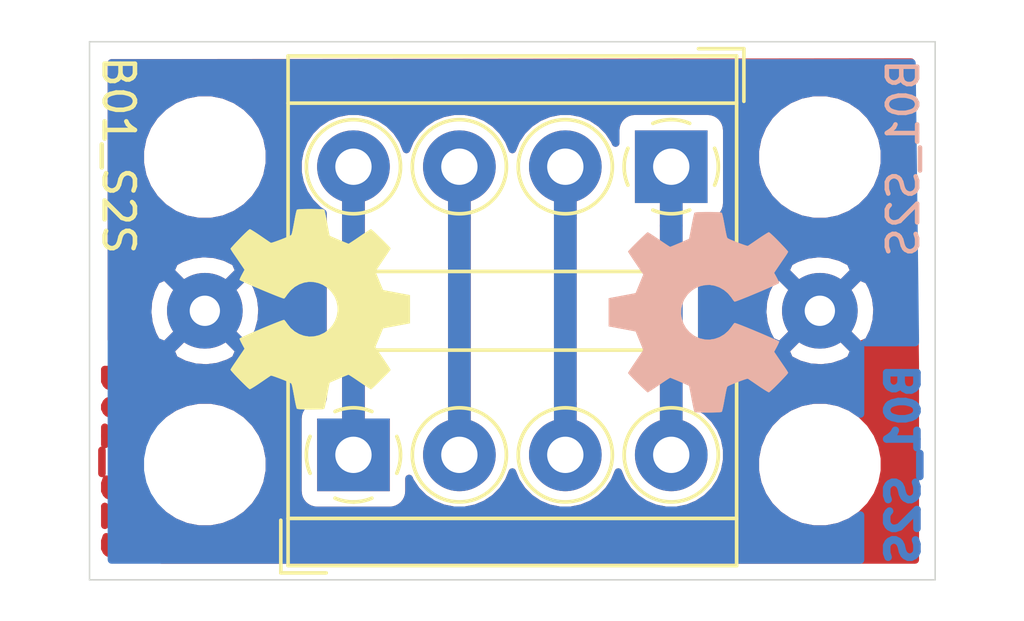
<source format=kicad_pcb>
(kicad_pcb (version 20171130) (host pcbnew 5.1.5-52549c5~86~ubuntu18.04.1)

  (general
    (thickness 1.6)
    (drawings 8)
    (tracks 13)
    (zones 0)
    (modules 10)
    (nets 6)
  )

  (page A4)
  (title_block
    (title "B01 Screw terminal to screw terminal ")
    (company Galopago)
  )

  (layers
    (0 F.Cu signal)
    (31 B.Cu signal)
    (32 B.Adhes user)
    (33 F.Adhes user)
    (34 B.Paste user)
    (35 F.Paste user)
    (36 B.SilkS user)
    (37 F.SilkS user)
    (38 B.Mask user)
    (39 F.Mask user)
    (40 Dwgs.User user)
    (41 Cmts.User user)
    (42 Eco1.User user)
    (43 Eco2.User user)
    (44 Edge.Cuts user)
    (45 Margin user)
    (46 B.CrtYd user)
    (47 F.CrtYd user)
    (48 B.Fab user)
    (49 F.Fab user)
  )

  (setup
    (last_trace_width 0.75)
    (trace_clearance 0.2)
    (zone_clearance 0.508)
    (zone_45_only no)
    (trace_min 0.2)
    (via_size 0.8)
    (via_drill 0.4)
    (via_min_size 0.4)
    (via_min_drill 0.3)
    (uvia_size 0.3)
    (uvia_drill 0.1)
    (uvias_allowed no)
    (uvia_min_size 0.2)
    (uvia_min_drill 0.1)
    (edge_width 0.05)
    (segment_width 0.2)
    (pcb_text_width 0.3)
    (pcb_text_size 1.5 1.5)
    (mod_edge_width 0.12)
    (mod_text_size 1 1)
    (mod_text_width 0.15)
    (pad_size 3 3)
    (pad_drill 3)
    (pad_to_mask_clearance 0.051)
    (solder_mask_min_width 0.25)
    (aux_axis_origin 0 0)
    (visible_elements FFFFFF7F)
    (pcbplotparams
      (layerselection 0x010f0_ffffffff)
      (usegerberextensions false)
      (usegerberattributes false)
      (usegerberadvancedattributes false)
      (creategerberjobfile false)
      (excludeedgelayer true)
      (linewidth 0.100000)
      (plotframeref false)
      (viasonmask false)
      (mode 1)
      (useauxorigin false)
      (hpglpennumber 1)
      (hpglpenspeed 20)
      (hpglpendiameter 15.000000)
      (psnegative false)
      (psa4output false)
      (plotreference true)
      (plotvalue true)
      (plotinvisibletext false)
      (padsonsilk false)
      (subtractmaskfromsilk false)
      (outputformat 1)
      (mirror false)
      (drillshape 0)
      (scaleselection 1)
      (outputdirectory "gerber/single/"))
  )

  (net 0 "")
  (net 1 "Net-(J0-Pad1)")
  (net 2 "Net-(J4-Pad4)")
  (net 3 "Net-(J4-Pad3)")
  (net 4 "Net-(J4-Pad2)")
  (net 5 "Net-(J4-Pad1)")

  (net_class Default "This is the default net class."
    (clearance 0.2)
    (trace_width 0.75)
    (via_dia 0.8)
    (via_drill 0.4)
    (uvia_dia 0.3)
    (uvia_drill 0.1)
    (add_net "Net-(J0-Pad1)")
    (add_net "Net-(J4-Pad1)")
    (add_net "Net-(J4-Pad2)")
    (add_net "Net-(J4-Pad3)")
    (add_net "Net-(J4-Pad4)")
  )

  (module Symbol:OSHW-Symbol_6.7x6mm_SilkScreen (layer B.Cu) (tedit 0) (tstamp 5F53CC77)
    (at 40.132 28.9306 270)
    (descr "Open Source Hardware Symbol")
    (tags "Logo Symbol OSHW")
    (attr virtual)
    (fp_text reference REF** (at 0 0 270) (layer B.SilkS) hide
      (effects (font (size 1 1) (thickness 0.15)) (justify mirror))
    )
    (fp_text value OSHW-Symbol_6.7x6mm_SilkScreen (at 0.75 0 270) (layer B.Fab) hide
      (effects (font (size 1 1) (thickness 0.15)) (justify mirror))
    )
    (fp_poly (pts (xy 0.555814 2.531069) (xy 0.639635 2.086445) (xy 0.94892 1.958947) (xy 1.258206 1.831449)
      (xy 1.629246 2.083754) (xy 1.733157 2.154004) (xy 1.827087 2.216728) (xy 1.906652 2.269062)
      (xy 1.96747 2.308143) (xy 2.005157 2.331107) (xy 2.015421 2.336058) (xy 2.03391 2.323324)
      (xy 2.07342 2.288118) (xy 2.129522 2.234938) (xy 2.197787 2.168282) (xy 2.273786 2.092646)
      (xy 2.353092 2.012528) (xy 2.431275 1.932426) (xy 2.503907 1.856836) (xy 2.566559 1.790255)
      (xy 2.614803 1.737182) (xy 2.64421 1.702113) (xy 2.651241 1.690377) (xy 2.641123 1.66874)
      (xy 2.612759 1.621338) (xy 2.569129 1.552807) (xy 2.513218 1.467785) (xy 2.448006 1.370907)
      (xy 2.410219 1.31565) (xy 2.341343 1.214752) (xy 2.28014 1.123701) (xy 2.229578 1.04703)
      (xy 2.192628 0.989272) (xy 2.172258 0.954957) (xy 2.169197 0.947746) (xy 2.176136 0.927252)
      (xy 2.195051 0.879487) (xy 2.223087 0.811168) (xy 2.257391 0.729011) (xy 2.295109 0.63973)
      (xy 2.333387 0.550042) (xy 2.36937 0.466662) (xy 2.400206 0.396306) (xy 2.423039 0.34569)
      (xy 2.435017 0.321529) (xy 2.435724 0.320578) (xy 2.454531 0.315964) (xy 2.504618 0.305672)
      (xy 2.580793 0.290713) (xy 2.677865 0.272099) (xy 2.790643 0.250841) (xy 2.856442 0.238582)
      (xy 2.97695 0.215638) (xy 3.085797 0.193805) (xy 3.177476 0.174278) (xy 3.246481 0.158252)
      (xy 3.287304 0.146921) (xy 3.295511 0.143326) (xy 3.303548 0.118994) (xy 3.310033 0.064041)
      (xy 3.31497 -0.015108) (xy 3.318364 -0.112026) (xy 3.320218 -0.220287) (xy 3.320538 -0.333465)
      (xy 3.319327 -0.445135) (xy 3.31659 -0.548868) (xy 3.312331 -0.638241) (xy 3.306555 -0.706826)
      (xy 3.299267 -0.748197) (xy 3.294895 -0.75681) (xy 3.268764 -0.767133) (xy 3.213393 -0.781892)
      (xy 3.136107 -0.799352) (xy 3.04423 -0.81778) (xy 3.012158 -0.823741) (xy 2.857524 -0.852066)
      (xy 2.735375 -0.874876) (xy 2.641673 -0.89308) (xy 2.572384 -0.907583) (xy 2.523471 -0.919292)
      (xy 2.490897 -0.929115) (xy 2.470628 -0.937956) (xy 2.458626 -0.946724) (xy 2.456947 -0.948457)
      (xy 2.440184 -0.976371) (xy 2.414614 -1.030695) (xy 2.382788 -1.104777) (xy 2.34726 -1.191965)
      (xy 2.310583 -1.285608) (xy 2.275311 -1.379052) (xy 2.243996 -1.465647) (xy 2.219193 -1.53874)
      (xy 2.203454 -1.591678) (xy 2.199332 -1.617811) (xy 2.199676 -1.618726) (xy 2.213641 -1.640086)
      (xy 2.245322 -1.687084) (xy 2.291391 -1.754827) (xy 2.348518 -1.838423) (xy 2.413373 -1.932982)
      (xy 2.431843 -1.959854) (xy 2.497699 -2.057275) (xy 2.55565 -2.146163) (xy 2.602538 -2.221412)
      (xy 2.635207 -2.27792) (xy 2.6505 -2.310581) (xy 2.651241 -2.314593) (xy 2.638392 -2.335684)
      (xy 2.602888 -2.377464) (xy 2.549293 -2.435445) (xy 2.482171 -2.505135) (xy 2.406087 -2.582045)
      (xy 2.325604 -2.661683) (xy 2.245287 -2.739561) (xy 2.169699 -2.811186) (xy 2.103405 -2.87207)
      (xy 2.050969 -2.917721) (xy 2.016955 -2.94365) (xy 2.007545 -2.947883) (xy 1.985643 -2.937912)
      (xy 1.9408 -2.91102) (xy 1.880321 -2.871736) (xy 1.833789 -2.840117) (xy 1.749475 -2.782098)
      (xy 1.649626 -2.713784) (xy 1.549473 -2.645579) (xy 1.495627 -2.609075) (xy 1.313371 -2.4858)
      (xy 1.160381 -2.56852) (xy 1.090682 -2.604759) (xy 1.031414 -2.632926) (xy 0.991311 -2.648991)
      (xy 0.981103 -2.651226) (xy 0.968829 -2.634722) (xy 0.944613 -2.588082) (xy 0.910263 -2.515609)
      (xy 0.867588 -2.421606) (xy 0.818394 -2.310374) (xy 0.76449 -2.186215) (xy 0.707684 -2.053432)
      (xy 0.649782 -1.916327) (xy 0.592593 -1.779202) (xy 0.537924 -1.646358) (xy 0.487584 -1.522098)
      (xy 0.44338 -1.410725) (xy 0.407119 -1.316539) (xy 0.380609 -1.243844) (xy 0.365658 -1.196941)
      (xy 0.363254 -1.180833) (xy 0.382311 -1.160286) (xy 0.424036 -1.126933) (xy 0.479706 -1.087702)
      (xy 0.484378 -1.084599) (xy 0.628264 -0.969423) (xy 0.744283 -0.835053) (xy 0.83143 -0.685784)
      (xy 0.888699 -0.525913) (xy 0.915086 -0.359737) (xy 0.909585 -0.191552) (xy 0.87119 -0.025655)
      (xy 0.798895 0.133658) (xy 0.777626 0.168513) (xy 0.666996 0.309263) (xy 0.536302 0.422286)
      (xy 0.390064 0.506997) (xy 0.232808 0.562806) (xy 0.069057 0.589126) (xy -0.096667 0.58537)
      (xy -0.259838 0.55095) (xy -0.415935 0.485277) (xy -0.560433 0.387765) (xy -0.605131 0.348187)
      (xy -0.718888 0.224297) (xy -0.801782 0.093876) (xy -0.858644 -0.052315) (xy -0.890313 -0.197088)
      (xy -0.898131 -0.35986) (xy -0.872062 -0.52344) (xy -0.814755 -0.682298) (xy -0.728856 -0.830906)
      (xy -0.617014 -0.963735) (xy -0.481877 -1.075256) (xy -0.464117 -1.087011) (xy -0.40785 -1.125508)
      (xy -0.365077 -1.158863) (xy -0.344628 -1.18016) (xy -0.344331 -1.180833) (xy -0.348721 -1.203871)
      (xy -0.366124 -1.256157) (xy -0.394732 -1.33339) (xy -0.432735 -1.431268) (xy -0.478326 -1.545491)
      (xy -0.529697 -1.671758) (xy -0.585038 -1.805767) (xy -0.642542 -1.943218) (xy -0.700399 -2.079808)
      (xy -0.756802 -2.211237) (xy -0.809942 -2.333205) (xy -0.85801 -2.441409) (xy -0.899199 -2.531549)
      (xy -0.931699 -2.599323) (xy -0.953703 -2.64043) (xy -0.962564 -2.651226) (xy -0.98964 -2.642819)
      (xy -1.040303 -2.620272) (xy -1.105817 -2.587613) (xy -1.141841 -2.56852) (xy -1.294832 -2.4858)
      (xy -1.477088 -2.609075) (xy -1.570125 -2.672228) (xy -1.671985 -2.741727) (xy -1.767438 -2.807165)
      (xy -1.81525 -2.840117) (xy -1.882495 -2.885273) (xy -1.939436 -2.921057) (xy -1.978646 -2.942938)
      (xy -1.991381 -2.947563) (xy -2.009917 -2.935085) (xy -2.050941 -2.900252) (xy -2.110475 -2.846678)
      (xy -2.184542 -2.777983) (xy -2.269165 -2.697781) (xy -2.322685 -2.646286) (xy -2.416319 -2.554286)
      (xy -2.497241 -2.471999) (xy -2.562177 -2.402945) (xy -2.607858 -2.350644) (xy -2.631011 -2.318616)
      (xy -2.633232 -2.312116) (xy -2.622924 -2.287394) (xy -2.594439 -2.237405) (xy -2.550937 -2.167212)
      (xy -2.495577 -2.081875) (xy -2.43152 -1.986456) (xy -2.413303 -1.959854) (xy -2.346927 -1.863167)
      (xy -2.287378 -1.776117) (xy -2.237984 -1.703595) (xy -2.202075 -1.650493) (xy -2.182981 -1.621703)
      (xy -2.181136 -1.618726) (xy -2.183895 -1.595782) (xy -2.198538 -1.545336) (xy -2.222513 -1.474041)
      (xy -2.253266 -1.388547) (xy -2.288244 -1.295507) (xy -2.324893 -1.201574) (xy -2.360661 -1.113399)
      (xy -2.392994 -1.037634) (xy -2.419338 -0.980931) (xy -2.437142 -0.949943) (xy -2.438407 -0.948457)
      (xy -2.449294 -0.939601) (xy -2.467682 -0.930843) (xy -2.497606 -0.921277) (xy -2.543103 -0.909996)
      (xy -2.608209 -0.896093) (xy -2.696961 -0.878663) (xy -2.813393 -0.856798) (xy -2.961542 -0.829591)
      (xy -2.993618 -0.823741) (xy -3.088686 -0.805374) (xy -3.171565 -0.787405) (xy -3.23493 -0.771569)
      (xy -3.271458 -0.7596) (xy -3.276356 -0.75681) (xy -3.284427 -0.732072) (xy -3.290987 -0.67679)
      (xy -3.296033 -0.597389) (xy -3.299559 -0.500296) (xy -3.301561 -0.391938) (xy -3.302036 -0.27874)
      (xy -3.300977 -0.167128) (xy -3.298382 -0.063529) (xy -3.294246 0.025632) (xy -3.288563 0.093928)
      (xy -3.281331 0.134934) (xy -3.276971 0.143326) (xy -3.252698 0.151792) (xy -3.197426 0.165565)
      (xy -3.116662 0.18345) (xy -3.015912 0.204252) (xy -2.900683 0.226777) (xy -2.837902 0.238582)
      (xy -2.718787 0.260849) (xy -2.612565 0.281021) (xy -2.524427 0.298085) (xy -2.459566 0.311031)
      (xy -2.423174 0.318845) (xy -2.417184 0.320578) (xy -2.407061 0.34011) (xy -2.385662 0.387157)
      (xy -2.355839 0.454997) (xy -2.320445 0.536909) (xy -2.282332 0.626172) (xy -2.244353 0.716065)
      (xy -2.20936 0.799865) (xy -2.180206 0.870853) (xy -2.159743 0.922306) (xy -2.150823 0.947503)
      (xy -2.150657 0.948604) (xy -2.160769 0.968481) (xy -2.189117 1.014223) (xy -2.232723 1.081283)
      (xy -2.288606 1.165116) (xy -2.353787 1.261174) (xy -2.391679 1.31635) (xy -2.460725 1.417519)
      (xy -2.52205 1.50937) (xy -2.572663 1.587256) (xy -2.609571 1.646531) (xy -2.629782 1.682549)
      (xy -2.632701 1.690623) (xy -2.620153 1.709416) (xy -2.585463 1.749543) (xy -2.533063 1.806507)
      (xy -2.467384 1.875815) (xy -2.392856 1.952969) (xy -2.313913 2.033475) (xy -2.234983 2.112837)
      (xy -2.1605 2.18656) (xy -2.094894 2.250148) (xy -2.042596 2.299106) (xy -2.008039 2.328939)
      (xy -1.996478 2.336058) (xy -1.977654 2.326047) (xy -1.932631 2.297922) (xy -1.865787 2.254546)
      (xy -1.781499 2.198782) (xy -1.684144 2.133494) (xy -1.610707 2.083754) (xy -1.239667 1.831449)
      (xy -0.621095 2.086445) (xy -0.537275 2.531069) (xy -0.453454 2.975693) (xy 0.471994 2.975693)
      (xy 0.555814 2.531069)) (layer B.SilkS) (width 0.01))
  )

  (module Symbol:OSHW-Symbol_6.7x6mm_SilkScreen (layer F.Cu) (tedit 0) (tstamp 5F53CC18)
    (at 27.6098 28.829 270)
    (descr "Open Source Hardware Symbol")
    (tags "Logo Symbol OSHW")
    (attr virtual)
    (fp_text reference REF** (at 0 0 90) (layer F.SilkS) hide
      (effects (font (size 1 1) (thickness 0.15)))
    )
    (fp_text value OSHW-Symbol_6.7x6mm_SilkScreen (at 0.75 0 90) (layer F.Fab) hide
      (effects (font (size 1 1) (thickness 0.15)))
    )
    (fp_poly (pts (xy 0.555814 -2.531069) (xy 0.639635 -2.086445) (xy 0.94892 -1.958947) (xy 1.258206 -1.831449)
      (xy 1.629246 -2.083754) (xy 1.733157 -2.154004) (xy 1.827087 -2.216728) (xy 1.906652 -2.269062)
      (xy 1.96747 -2.308143) (xy 2.005157 -2.331107) (xy 2.015421 -2.336058) (xy 2.03391 -2.323324)
      (xy 2.07342 -2.288118) (xy 2.129522 -2.234938) (xy 2.197787 -2.168282) (xy 2.273786 -2.092646)
      (xy 2.353092 -2.012528) (xy 2.431275 -1.932426) (xy 2.503907 -1.856836) (xy 2.566559 -1.790255)
      (xy 2.614803 -1.737182) (xy 2.64421 -1.702113) (xy 2.651241 -1.690377) (xy 2.641123 -1.66874)
      (xy 2.612759 -1.621338) (xy 2.569129 -1.552807) (xy 2.513218 -1.467785) (xy 2.448006 -1.370907)
      (xy 2.410219 -1.31565) (xy 2.341343 -1.214752) (xy 2.28014 -1.123701) (xy 2.229578 -1.04703)
      (xy 2.192628 -0.989272) (xy 2.172258 -0.954957) (xy 2.169197 -0.947746) (xy 2.176136 -0.927252)
      (xy 2.195051 -0.879487) (xy 2.223087 -0.811168) (xy 2.257391 -0.729011) (xy 2.295109 -0.63973)
      (xy 2.333387 -0.550042) (xy 2.36937 -0.466662) (xy 2.400206 -0.396306) (xy 2.423039 -0.34569)
      (xy 2.435017 -0.321529) (xy 2.435724 -0.320578) (xy 2.454531 -0.315964) (xy 2.504618 -0.305672)
      (xy 2.580793 -0.290713) (xy 2.677865 -0.272099) (xy 2.790643 -0.250841) (xy 2.856442 -0.238582)
      (xy 2.97695 -0.215638) (xy 3.085797 -0.193805) (xy 3.177476 -0.174278) (xy 3.246481 -0.158252)
      (xy 3.287304 -0.146921) (xy 3.295511 -0.143326) (xy 3.303548 -0.118994) (xy 3.310033 -0.064041)
      (xy 3.31497 0.015108) (xy 3.318364 0.112026) (xy 3.320218 0.220287) (xy 3.320538 0.333465)
      (xy 3.319327 0.445135) (xy 3.31659 0.548868) (xy 3.312331 0.638241) (xy 3.306555 0.706826)
      (xy 3.299267 0.748197) (xy 3.294895 0.75681) (xy 3.268764 0.767133) (xy 3.213393 0.781892)
      (xy 3.136107 0.799352) (xy 3.04423 0.81778) (xy 3.012158 0.823741) (xy 2.857524 0.852066)
      (xy 2.735375 0.874876) (xy 2.641673 0.89308) (xy 2.572384 0.907583) (xy 2.523471 0.919292)
      (xy 2.490897 0.929115) (xy 2.470628 0.937956) (xy 2.458626 0.946724) (xy 2.456947 0.948457)
      (xy 2.440184 0.976371) (xy 2.414614 1.030695) (xy 2.382788 1.104777) (xy 2.34726 1.191965)
      (xy 2.310583 1.285608) (xy 2.275311 1.379052) (xy 2.243996 1.465647) (xy 2.219193 1.53874)
      (xy 2.203454 1.591678) (xy 2.199332 1.617811) (xy 2.199676 1.618726) (xy 2.213641 1.640086)
      (xy 2.245322 1.687084) (xy 2.291391 1.754827) (xy 2.348518 1.838423) (xy 2.413373 1.932982)
      (xy 2.431843 1.959854) (xy 2.497699 2.057275) (xy 2.55565 2.146163) (xy 2.602538 2.221412)
      (xy 2.635207 2.27792) (xy 2.6505 2.310581) (xy 2.651241 2.314593) (xy 2.638392 2.335684)
      (xy 2.602888 2.377464) (xy 2.549293 2.435445) (xy 2.482171 2.505135) (xy 2.406087 2.582045)
      (xy 2.325604 2.661683) (xy 2.245287 2.739561) (xy 2.169699 2.811186) (xy 2.103405 2.87207)
      (xy 2.050969 2.917721) (xy 2.016955 2.94365) (xy 2.007545 2.947883) (xy 1.985643 2.937912)
      (xy 1.9408 2.91102) (xy 1.880321 2.871736) (xy 1.833789 2.840117) (xy 1.749475 2.782098)
      (xy 1.649626 2.713784) (xy 1.549473 2.645579) (xy 1.495627 2.609075) (xy 1.313371 2.4858)
      (xy 1.160381 2.56852) (xy 1.090682 2.604759) (xy 1.031414 2.632926) (xy 0.991311 2.648991)
      (xy 0.981103 2.651226) (xy 0.968829 2.634722) (xy 0.944613 2.588082) (xy 0.910263 2.515609)
      (xy 0.867588 2.421606) (xy 0.818394 2.310374) (xy 0.76449 2.186215) (xy 0.707684 2.053432)
      (xy 0.649782 1.916327) (xy 0.592593 1.779202) (xy 0.537924 1.646358) (xy 0.487584 1.522098)
      (xy 0.44338 1.410725) (xy 0.407119 1.316539) (xy 0.380609 1.243844) (xy 0.365658 1.196941)
      (xy 0.363254 1.180833) (xy 0.382311 1.160286) (xy 0.424036 1.126933) (xy 0.479706 1.087702)
      (xy 0.484378 1.084599) (xy 0.628264 0.969423) (xy 0.744283 0.835053) (xy 0.83143 0.685784)
      (xy 0.888699 0.525913) (xy 0.915086 0.359737) (xy 0.909585 0.191552) (xy 0.87119 0.025655)
      (xy 0.798895 -0.133658) (xy 0.777626 -0.168513) (xy 0.666996 -0.309263) (xy 0.536302 -0.422286)
      (xy 0.390064 -0.506997) (xy 0.232808 -0.562806) (xy 0.069057 -0.589126) (xy -0.096667 -0.58537)
      (xy -0.259838 -0.55095) (xy -0.415935 -0.485277) (xy -0.560433 -0.387765) (xy -0.605131 -0.348187)
      (xy -0.718888 -0.224297) (xy -0.801782 -0.093876) (xy -0.858644 0.052315) (xy -0.890313 0.197088)
      (xy -0.898131 0.35986) (xy -0.872062 0.52344) (xy -0.814755 0.682298) (xy -0.728856 0.830906)
      (xy -0.617014 0.963735) (xy -0.481877 1.075256) (xy -0.464117 1.087011) (xy -0.40785 1.125508)
      (xy -0.365077 1.158863) (xy -0.344628 1.18016) (xy -0.344331 1.180833) (xy -0.348721 1.203871)
      (xy -0.366124 1.256157) (xy -0.394732 1.33339) (xy -0.432735 1.431268) (xy -0.478326 1.545491)
      (xy -0.529697 1.671758) (xy -0.585038 1.805767) (xy -0.642542 1.943218) (xy -0.700399 2.079808)
      (xy -0.756802 2.211237) (xy -0.809942 2.333205) (xy -0.85801 2.441409) (xy -0.899199 2.531549)
      (xy -0.931699 2.599323) (xy -0.953703 2.64043) (xy -0.962564 2.651226) (xy -0.98964 2.642819)
      (xy -1.040303 2.620272) (xy -1.105817 2.587613) (xy -1.141841 2.56852) (xy -1.294832 2.4858)
      (xy -1.477088 2.609075) (xy -1.570125 2.672228) (xy -1.671985 2.741727) (xy -1.767438 2.807165)
      (xy -1.81525 2.840117) (xy -1.882495 2.885273) (xy -1.939436 2.921057) (xy -1.978646 2.942938)
      (xy -1.991381 2.947563) (xy -2.009917 2.935085) (xy -2.050941 2.900252) (xy -2.110475 2.846678)
      (xy -2.184542 2.777983) (xy -2.269165 2.697781) (xy -2.322685 2.646286) (xy -2.416319 2.554286)
      (xy -2.497241 2.471999) (xy -2.562177 2.402945) (xy -2.607858 2.350644) (xy -2.631011 2.318616)
      (xy -2.633232 2.312116) (xy -2.622924 2.287394) (xy -2.594439 2.237405) (xy -2.550937 2.167212)
      (xy -2.495577 2.081875) (xy -2.43152 1.986456) (xy -2.413303 1.959854) (xy -2.346927 1.863167)
      (xy -2.287378 1.776117) (xy -2.237984 1.703595) (xy -2.202075 1.650493) (xy -2.182981 1.621703)
      (xy -2.181136 1.618726) (xy -2.183895 1.595782) (xy -2.198538 1.545336) (xy -2.222513 1.474041)
      (xy -2.253266 1.388547) (xy -2.288244 1.295507) (xy -2.324893 1.201574) (xy -2.360661 1.113399)
      (xy -2.392994 1.037634) (xy -2.419338 0.980931) (xy -2.437142 0.949943) (xy -2.438407 0.948457)
      (xy -2.449294 0.939601) (xy -2.467682 0.930843) (xy -2.497606 0.921277) (xy -2.543103 0.909996)
      (xy -2.608209 0.896093) (xy -2.696961 0.878663) (xy -2.813393 0.856798) (xy -2.961542 0.829591)
      (xy -2.993618 0.823741) (xy -3.088686 0.805374) (xy -3.171565 0.787405) (xy -3.23493 0.771569)
      (xy -3.271458 0.7596) (xy -3.276356 0.75681) (xy -3.284427 0.732072) (xy -3.290987 0.67679)
      (xy -3.296033 0.597389) (xy -3.299559 0.500296) (xy -3.301561 0.391938) (xy -3.302036 0.27874)
      (xy -3.300977 0.167128) (xy -3.298382 0.063529) (xy -3.294246 -0.025632) (xy -3.288563 -0.093928)
      (xy -3.281331 -0.134934) (xy -3.276971 -0.143326) (xy -3.252698 -0.151792) (xy -3.197426 -0.165565)
      (xy -3.116662 -0.18345) (xy -3.015912 -0.204252) (xy -2.900683 -0.226777) (xy -2.837902 -0.238582)
      (xy -2.718787 -0.260849) (xy -2.612565 -0.281021) (xy -2.524427 -0.298085) (xy -2.459566 -0.311031)
      (xy -2.423174 -0.318845) (xy -2.417184 -0.320578) (xy -2.407061 -0.34011) (xy -2.385662 -0.387157)
      (xy -2.355839 -0.454997) (xy -2.320445 -0.536909) (xy -2.282332 -0.626172) (xy -2.244353 -0.716065)
      (xy -2.20936 -0.799865) (xy -2.180206 -0.870853) (xy -2.159743 -0.922306) (xy -2.150823 -0.947503)
      (xy -2.150657 -0.948604) (xy -2.160769 -0.968481) (xy -2.189117 -1.014223) (xy -2.232723 -1.081283)
      (xy -2.288606 -1.165116) (xy -2.353787 -1.261174) (xy -2.391679 -1.31635) (xy -2.460725 -1.417519)
      (xy -2.52205 -1.50937) (xy -2.572663 -1.587256) (xy -2.609571 -1.646531) (xy -2.629782 -1.682549)
      (xy -2.632701 -1.690623) (xy -2.620153 -1.709416) (xy -2.585463 -1.749543) (xy -2.533063 -1.806507)
      (xy -2.467384 -1.875815) (xy -2.392856 -1.952969) (xy -2.313913 -2.033475) (xy -2.234983 -2.112837)
      (xy -2.1605 -2.18656) (xy -2.094894 -2.250148) (xy -2.042596 -2.299106) (xy -2.008039 -2.328939)
      (xy -1.996478 -2.336058) (xy -1.977654 -2.326047) (xy -1.932631 -2.297922) (xy -1.865787 -2.254546)
      (xy -1.781499 -2.198782) (xy -1.684144 -2.133494) (xy -1.610707 -2.083754) (xy -1.239667 -1.831449)
      (xy -0.621095 -2.086445) (xy -0.537275 -2.531069) (xy -0.453454 -2.975693) (xy 0.471994 -2.975693)
      (xy 0.555814 -2.531069)) (layer F.SilkS) (width 0.01))
  )

  (module TerminalBlock_4Ucon:TerminalBlock_4Ucon_1x04_P3.50mm_Horizontal (layer F.Cu) (tedit 5B294E91) (tstamp 5F530163)
    (at 39.22 24.13 180)
    (descr "Terminal Block 4Ucon ItemNo. 20001, 4 pins, pitch 3.5mm, size 14.7x7mm^2, drill diamater 1.2mm, pad diameter 2.4mm, see http://www.4uconnector.com/online/object/4udrawing/20001.pdf, script-generated using https://github.com/pointhi/kicad-footprint-generator/scripts/TerminalBlock_4Ucon")
    (tags "THT Terminal Block 4Ucon ItemNo. 20001 pitch 3.5mm size 14.7x7mm^2 drill 1.2mm pad 2.4mm")
    (path /5F56847F)
    (fp_text reference J5 (at 5.25 -4.46) (layer F.SilkS) hide
      (effects (font (size 1 1) (thickness 0.15)))
    )
    (fp_text value Conn_01x04_Female (at 5.25 4.66) (layer F.Fab)
      (effects (font (size 1 1) (thickness 0.15)))
    )
    (fp_text user %R (at 5.25 2.9) (layer F.Fab)
      (effects (font (size 1 1) (thickness 0.15)))
    )
    (fp_line (start 13.1 -3.9) (end -2.6 -3.9) (layer F.CrtYd) (width 0.05))
    (fp_line (start 13.1 4.1) (end 13.1 -3.9) (layer F.CrtYd) (width 0.05))
    (fp_line (start -2.6 4.1) (end 13.1 4.1) (layer F.CrtYd) (width 0.05))
    (fp_line (start -2.6 -3.9) (end -2.6 4.1) (layer F.CrtYd) (width 0.05))
    (fp_line (start -2.4 3.9) (end -0.9 3.9) (layer F.SilkS) (width 0.12))
    (fp_line (start -2.4 2.16) (end -2.4 3.9) (layer F.SilkS) (width 0.12))
    (fp_line (start 9.4 0.069) (end 9.4 -0.069) (layer F.Fab) (width 0.1))
    (fp_line (start 10.431 0.069) (end 9.4 0.069) (layer F.Fab) (width 0.1))
    (fp_line (start 10.431 1.1) (end 10.431 0.069) (layer F.Fab) (width 0.1))
    (fp_line (start 10.569 1.1) (end 10.431 1.1) (layer F.Fab) (width 0.1))
    (fp_line (start 10.569 0.069) (end 10.569 1.1) (layer F.Fab) (width 0.1))
    (fp_line (start 11.6 0.069) (end 10.569 0.069) (layer F.Fab) (width 0.1))
    (fp_line (start 11.6 -0.069) (end 11.6 0.069) (layer F.Fab) (width 0.1))
    (fp_line (start 10.569 -0.069) (end 11.6 -0.069) (layer F.Fab) (width 0.1))
    (fp_line (start 10.569 -1.1) (end 10.569 -0.069) (layer F.Fab) (width 0.1))
    (fp_line (start 10.431 -1.1) (end 10.569 -1.1) (layer F.Fab) (width 0.1))
    (fp_line (start 10.431 -0.069) (end 10.431 -1.1) (layer F.Fab) (width 0.1))
    (fp_line (start 9.4 -0.069) (end 10.431 -0.069) (layer F.Fab) (width 0.1))
    (fp_line (start 5.9 0.069) (end 5.9 -0.069) (layer F.Fab) (width 0.1))
    (fp_line (start 6.931 0.069) (end 5.9 0.069) (layer F.Fab) (width 0.1))
    (fp_line (start 6.931 1.1) (end 6.931 0.069) (layer F.Fab) (width 0.1))
    (fp_line (start 7.069 1.1) (end 6.931 1.1) (layer F.Fab) (width 0.1))
    (fp_line (start 7.069 0.069) (end 7.069 1.1) (layer F.Fab) (width 0.1))
    (fp_line (start 8.1 0.069) (end 7.069 0.069) (layer F.Fab) (width 0.1))
    (fp_line (start 8.1 -0.069) (end 8.1 0.069) (layer F.Fab) (width 0.1))
    (fp_line (start 7.069 -0.069) (end 8.1 -0.069) (layer F.Fab) (width 0.1))
    (fp_line (start 7.069 -1.1) (end 7.069 -0.069) (layer F.Fab) (width 0.1))
    (fp_line (start 6.931 -1.1) (end 7.069 -1.1) (layer F.Fab) (width 0.1))
    (fp_line (start 6.931 -0.069) (end 6.931 -1.1) (layer F.Fab) (width 0.1))
    (fp_line (start 5.9 -0.069) (end 6.931 -0.069) (layer F.Fab) (width 0.1))
    (fp_line (start 2.4 0.069) (end 2.4 -0.069) (layer F.Fab) (width 0.1))
    (fp_line (start 3.431 0.069) (end 2.4 0.069) (layer F.Fab) (width 0.1))
    (fp_line (start 3.431 1.1) (end 3.431 0.069) (layer F.Fab) (width 0.1))
    (fp_line (start 3.569 1.1) (end 3.431 1.1) (layer F.Fab) (width 0.1))
    (fp_line (start 3.569 0.069) (end 3.569 1.1) (layer F.Fab) (width 0.1))
    (fp_line (start 4.6 0.069) (end 3.569 0.069) (layer F.Fab) (width 0.1))
    (fp_line (start 4.6 -0.069) (end 4.6 0.069) (layer F.Fab) (width 0.1))
    (fp_line (start 3.569 -0.069) (end 4.6 -0.069) (layer F.Fab) (width 0.1))
    (fp_line (start 3.569 -1.1) (end 3.569 -0.069) (layer F.Fab) (width 0.1))
    (fp_line (start 3.431 -1.1) (end 3.569 -1.1) (layer F.Fab) (width 0.1))
    (fp_line (start 3.431 -0.069) (end 3.431 -1.1) (layer F.Fab) (width 0.1))
    (fp_line (start 2.4 -0.069) (end 3.431 -0.069) (layer F.Fab) (width 0.1))
    (fp_line (start -1.1 0.069) (end -1.1 -0.069) (layer F.Fab) (width 0.1))
    (fp_line (start -0.069 0.069) (end -1.1 0.069) (layer F.Fab) (width 0.1))
    (fp_line (start -0.069 1.1) (end -0.069 0.069) (layer F.Fab) (width 0.1))
    (fp_line (start 0.069 1.1) (end -0.069 1.1) (layer F.Fab) (width 0.1))
    (fp_line (start 0.069 0.069) (end 0.069 1.1) (layer F.Fab) (width 0.1))
    (fp_line (start 1.1 0.069) (end 0.069 0.069) (layer F.Fab) (width 0.1))
    (fp_line (start 1.1 -0.069) (end 1.1 0.069) (layer F.Fab) (width 0.1))
    (fp_line (start 0.069 -0.069) (end 1.1 -0.069) (layer F.Fab) (width 0.1))
    (fp_line (start 0.069 -1.1) (end 0.069 -0.069) (layer F.Fab) (width 0.1))
    (fp_line (start -0.069 -1.1) (end 0.069 -1.1) (layer F.Fab) (width 0.1))
    (fp_line (start -0.069 -0.069) (end -0.069 -1.1) (layer F.Fab) (width 0.1))
    (fp_line (start -1.1 -0.069) (end -0.069 -0.069) (layer F.Fab) (width 0.1))
    (fp_line (start 12.66 -3.46) (end 12.66 3.66) (layer F.SilkS) (width 0.12))
    (fp_line (start -2.16 -3.46) (end -2.16 3.66) (layer F.SilkS) (width 0.12))
    (fp_line (start -2.16 3.66) (end 12.66 3.66) (layer F.SilkS) (width 0.12))
    (fp_line (start -2.16 -3.46) (end 12.66 -3.46) (layer F.SilkS) (width 0.12))
    (fp_line (start -2.16 2.1) (end 12.66 2.1) (layer F.SilkS) (width 0.12))
    (fp_line (start -2.1 2.1) (end 12.6 2.1) (layer F.Fab) (width 0.1))
    (fp_line (start -2.1 2.1) (end -2.1 -3.4) (layer F.Fab) (width 0.1))
    (fp_line (start -0.6 3.6) (end -2.1 2.1) (layer F.Fab) (width 0.1))
    (fp_line (start 12.6 3.6) (end -0.6 3.6) (layer F.Fab) (width 0.1))
    (fp_line (start 12.6 -3.4) (end 12.6 3.6) (layer F.Fab) (width 0.1))
    (fp_line (start -2.1 -3.4) (end 12.6 -3.4) (layer F.Fab) (width 0.1))
    (fp_circle (center 10.5 0) (end 12.055 0) (layer F.SilkS) (width 0.12))
    (fp_circle (center 10.5 0) (end 11.875 0) (layer F.Fab) (width 0.1))
    (fp_circle (center 7 0) (end 8.555 0) (layer F.SilkS) (width 0.12))
    (fp_circle (center 7 0) (end 8.375 0) (layer F.Fab) (width 0.1))
    (fp_circle (center 3.5 0) (end 5.055 0) (layer F.SilkS) (width 0.12))
    (fp_circle (center 3.5 0) (end 4.875 0) (layer F.Fab) (width 0.1))
    (fp_circle (center 0 0) (end 1.375 0) (layer F.Fab) (width 0.1))
    (fp_arc (start 0 0) (end -0.608 1.432) (angle -24) (layer F.SilkS) (width 0.12))
    (fp_arc (start 0 0) (end -1.432 -0.608) (angle -46) (layer F.SilkS) (width 0.12))
    (fp_arc (start 0 0) (end 0.608 -1.432) (angle -46) (layer F.SilkS) (width 0.12))
    (fp_arc (start 0 0) (end 1.432 0.608) (angle -46) (layer F.SilkS) (width 0.12))
    (fp_arc (start 0 0) (end 0 1.555) (angle -23) (layer F.SilkS) (width 0.12))
    (pad 4 thru_hole circle (at 10.5 0 180) (size 2.4 2.4) (drill 1.2) (layers *.Cu *.Mask)
      (net 5 "Net-(J4-Pad1)"))
    (pad 3 thru_hole circle (at 7 0 180) (size 2.4 2.4) (drill 1.2) (layers *.Cu *.Mask)
      (net 4 "Net-(J4-Pad2)"))
    (pad 2 thru_hole circle (at 3.5 0 180) (size 2.4 2.4) (drill 1.2) (layers *.Cu *.Mask)
      (net 3 "Net-(J4-Pad3)"))
    (pad 1 thru_hole rect (at 0 0 180) (size 2.4 2.4) (drill 1.2) (layers *.Cu *.Mask)
      (net 2 "Net-(J4-Pad4)"))
    (model ${KISYS3DMOD}/TerminalBlock_4Ucon.3dshapes/TerminalBlock_4Ucon_1x04_P3.50mm_Horizontal.wrl
      (at (xyz 0 0 0))
      (scale (xyz 1 1 1))
      (rotate (xyz 0 0 0))
    )
  )

  (module TerminalBlock_4Ucon:TerminalBlock_4Ucon_1x04_P3.50mm_Horizontal (layer F.Cu) (tedit 5B294E91) (tstamp 5F53010D)
    (at 28.72 33.65)
    (descr "Terminal Block 4Ucon ItemNo. 20001, 4 pins, pitch 3.5mm, size 14.7x7mm^2, drill diamater 1.2mm, pad diameter 2.4mm, see http://www.4uconnector.com/online/object/4udrawing/20001.pdf, script-generated using https://github.com/pointhi/kicad-footprint-generator/scripts/TerminalBlock_4Ucon")
    (tags "THT Terminal Block 4Ucon ItemNo. 20001 pitch 3.5mm size 14.7x7mm^2 drill 1.2mm pad 2.4mm")
    (path /5F567D74)
    (fp_text reference J4 (at 5.25 -4.46) (layer F.SilkS) hide
      (effects (font (size 1 1) (thickness 0.15)))
    )
    (fp_text value Conn_01x04_Female (at 5.25 4.66) (layer F.Fab)
      (effects (font (size 1 1) (thickness 0.15)))
    )
    (fp_text user %R (at 5.25 2.9) (layer F.Fab)
      (effects (font (size 1 1) (thickness 0.15)))
    )
    (fp_line (start 13.1 -3.9) (end -2.6 -3.9) (layer F.CrtYd) (width 0.05))
    (fp_line (start 13.1 4.1) (end 13.1 -3.9) (layer F.CrtYd) (width 0.05))
    (fp_line (start -2.6 4.1) (end 13.1 4.1) (layer F.CrtYd) (width 0.05))
    (fp_line (start -2.6 -3.9) (end -2.6 4.1) (layer F.CrtYd) (width 0.05))
    (fp_line (start -2.4 3.9) (end -0.9 3.9) (layer F.SilkS) (width 0.12))
    (fp_line (start -2.4 2.16) (end -2.4 3.9) (layer F.SilkS) (width 0.12))
    (fp_line (start 9.4 0.069) (end 9.4 -0.069) (layer F.Fab) (width 0.1))
    (fp_line (start 10.431 0.069) (end 9.4 0.069) (layer F.Fab) (width 0.1))
    (fp_line (start 10.431 1.1) (end 10.431 0.069) (layer F.Fab) (width 0.1))
    (fp_line (start 10.569 1.1) (end 10.431 1.1) (layer F.Fab) (width 0.1))
    (fp_line (start 10.569 0.069) (end 10.569 1.1) (layer F.Fab) (width 0.1))
    (fp_line (start 11.6 0.069) (end 10.569 0.069) (layer F.Fab) (width 0.1))
    (fp_line (start 11.6 -0.069) (end 11.6 0.069) (layer F.Fab) (width 0.1))
    (fp_line (start 10.569 -0.069) (end 11.6 -0.069) (layer F.Fab) (width 0.1))
    (fp_line (start 10.569 -1.1) (end 10.569 -0.069) (layer F.Fab) (width 0.1))
    (fp_line (start 10.431 -1.1) (end 10.569 -1.1) (layer F.Fab) (width 0.1))
    (fp_line (start 10.431 -0.069) (end 10.431 -1.1) (layer F.Fab) (width 0.1))
    (fp_line (start 9.4 -0.069) (end 10.431 -0.069) (layer F.Fab) (width 0.1))
    (fp_line (start 5.9 0.069) (end 5.9 -0.069) (layer F.Fab) (width 0.1))
    (fp_line (start 6.931 0.069) (end 5.9 0.069) (layer F.Fab) (width 0.1))
    (fp_line (start 6.931 1.1) (end 6.931 0.069) (layer F.Fab) (width 0.1))
    (fp_line (start 7.069 1.1) (end 6.931 1.1) (layer F.Fab) (width 0.1))
    (fp_line (start 7.069 0.069) (end 7.069 1.1) (layer F.Fab) (width 0.1))
    (fp_line (start 8.1 0.069) (end 7.069 0.069) (layer F.Fab) (width 0.1))
    (fp_line (start 8.1 -0.069) (end 8.1 0.069) (layer F.Fab) (width 0.1))
    (fp_line (start 7.069 -0.069) (end 8.1 -0.069) (layer F.Fab) (width 0.1))
    (fp_line (start 7.069 -1.1) (end 7.069 -0.069) (layer F.Fab) (width 0.1))
    (fp_line (start 6.931 -1.1) (end 7.069 -1.1) (layer F.Fab) (width 0.1))
    (fp_line (start 6.931 -0.069) (end 6.931 -1.1) (layer F.Fab) (width 0.1))
    (fp_line (start 5.9 -0.069) (end 6.931 -0.069) (layer F.Fab) (width 0.1))
    (fp_line (start 2.4 0.069) (end 2.4 -0.069) (layer F.Fab) (width 0.1))
    (fp_line (start 3.431 0.069) (end 2.4 0.069) (layer F.Fab) (width 0.1))
    (fp_line (start 3.431 1.1) (end 3.431 0.069) (layer F.Fab) (width 0.1))
    (fp_line (start 3.569 1.1) (end 3.431 1.1) (layer F.Fab) (width 0.1))
    (fp_line (start 3.569 0.069) (end 3.569 1.1) (layer F.Fab) (width 0.1))
    (fp_line (start 4.6 0.069) (end 3.569 0.069) (layer F.Fab) (width 0.1))
    (fp_line (start 4.6 -0.069) (end 4.6 0.069) (layer F.Fab) (width 0.1))
    (fp_line (start 3.569 -0.069) (end 4.6 -0.069) (layer F.Fab) (width 0.1))
    (fp_line (start 3.569 -1.1) (end 3.569 -0.069) (layer F.Fab) (width 0.1))
    (fp_line (start 3.431 -1.1) (end 3.569 -1.1) (layer F.Fab) (width 0.1))
    (fp_line (start 3.431 -0.069) (end 3.431 -1.1) (layer F.Fab) (width 0.1))
    (fp_line (start 2.4 -0.069) (end 3.431 -0.069) (layer F.Fab) (width 0.1))
    (fp_line (start -1.1 0.069) (end -1.1 -0.069) (layer F.Fab) (width 0.1))
    (fp_line (start -0.069 0.069) (end -1.1 0.069) (layer F.Fab) (width 0.1))
    (fp_line (start -0.069 1.1) (end -0.069 0.069) (layer F.Fab) (width 0.1))
    (fp_line (start 0.069 1.1) (end -0.069 1.1) (layer F.Fab) (width 0.1))
    (fp_line (start 0.069 0.069) (end 0.069 1.1) (layer F.Fab) (width 0.1))
    (fp_line (start 1.1 0.069) (end 0.069 0.069) (layer F.Fab) (width 0.1))
    (fp_line (start 1.1 -0.069) (end 1.1 0.069) (layer F.Fab) (width 0.1))
    (fp_line (start 0.069 -0.069) (end 1.1 -0.069) (layer F.Fab) (width 0.1))
    (fp_line (start 0.069 -1.1) (end 0.069 -0.069) (layer F.Fab) (width 0.1))
    (fp_line (start -0.069 -1.1) (end 0.069 -1.1) (layer F.Fab) (width 0.1))
    (fp_line (start -0.069 -0.069) (end -0.069 -1.1) (layer F.Fab) (width 0.1))
    (fp_line (start -1.1 -0.069) (end -0.069 -0.069) (layer F.Fab) (width 0.1))
    (fp_line (start 12.66 -3.46) (end 12.66 3.66) (layer F.SilkS) (width 0.12))
    (fp_line (start -2.16 -3.46) (end -2.16 3.66) (layer F.SilkS) (width 0.12))
    (fp_line (start -2.16 3.66) (end 12.66 3.66) (layer F.SilkS) (width 0.12))
    (fp_line (start -2.16 -3.46) (end 12.66 -3.46) (layer F.SilkS) (width 0.12))
    (fp_line (start -2.16 2.1) (end 12.66 2.1) (layer F.SilkS) (width 0.12))
    (fp_line (start -2.1 2.1) (end 12.6 2.1) (layer F.Fab) (width 0.1))
    (fp_line (start -2.1 2.1) (end -2.1 -3.4) (layer F.Fab) (width 0.1))
    (fp_line (start -0.6 3.6) (end -2.1 2.1) (layer F.Fab) (width 0.1))
    (fp_line (start 12.6 3.6) (end -0.6 3.6) (layer F.Fab) (width 0.1))
    (fp_line (start 12.6 -3.4) (end 12.6 3.6) (layer F.Fab) (width 0.1))
    (fp_line (start -2.1 -3.4) (end 12.6 -3.4) (layer F.Fab) (width 0.1))
    (fp_circle (center 10.5 0) (end 12.055 0) (layer F.SilkS) (width 0.12))
    (fp_circle (center 10.5 0) (end 11.875 0) (layer F.Fab) (width 0.1))
    (fp_circle (center 7 0) (end 8.555 0) (layer F.SilkS) (width 0.12))
    (fp_circle (center 7 0) (end 8.375 0) (layer F.Fab) (width 0.1))
    (fp_circle (center 3.5 0) (end 5.055 0) (layer F.SilkS) (width 0.12))
    (fp_circle (center 3.5 0) (end 4.875 0) (layer F.Fab) (width 0.1))
    (fp_circle (center 0 0) (end 1.375 0) (layer F.Fab) (width 0.1))
    (fp_arc (start 0 0) (end -0.608 1.432) (angle -24) (layer F.SilkS) (width 0.12))
    (fp_arc (start 0 0) (end -1.432 -0.608) (angle -46) (layer F.SilkS) (width 0.12))
    (fp_arc (start 0 0) (end 0.608 -1.432) (angle -46) (layer F.SilkS) (width 0.12))
    (fp_arc (start 0 0) (end 1.432 0.608) (angle -46) (layer F.SilkS) (width 0.12))
    (fp_arc (start 0 0) (end 0 1.555) (angle -23) (layer F.SilkS) (width 0.12))
    (pad 4 thru_hole circle (at 10.5 0) (size 2.4 2.4) (drill 1.2) (layers *.Cu *.Mask)
      (net 2 "Net-(J4-Pad4)"))
    (pad 3 thru_hole circle (at 7 0) (size 2.4 2.4) (drill 1.2) (layers *.Cu *.Mask)
      (net 3 "Net-(J4-Pad3)"))
    (pad 2 thru_hole circle (at 3.5 0) (size 2.4 2.4) (drill 1.2) (layers *.Cu *.Mask)
      (net 4 "Net-(J4-Pad2)"))
    (pad 1 thru_hole rect (at 0 0) (size 2.4 2.4) (drill 1.2) (layers *.Cu *.Mask)
      (net 5 "Net-(J4-Pad1)"))
    (model ${KISYS3DMOD}/TerminalBlock_4Ucon.3dshapes/TerminalBlock_4Ucon_1x04_P3.50mm_Horizontal.wrl
      (at (xyz 0 0 0))
      (scale (xyz 1 1 1))
      (rotate (xyz 0 0 0))
    )
  )

  (module Connector_Wire:SolderWirePad_1x01_Drill1mm (layer F.Cu) (tedit 5AEE5EBE) (tstamp 5F35F15D)
    (at 44.13 28.89)
    (descr "Wire solder connection")
    (tags connector)
    (path /5F5DB1C6)
    (attr virtual)
    (fp_text reference J1 (at 0 -3.81) (layer F.SilkS) hide
      (effects (font (size 1 1) (thickness 0.15)))
    )
    (fp_text value Conn_01x01_Male (at 0 3.175) (layer F.Fab)
      (effects (font (size 1 1) (thickness 0.15)))
    )
    (fp_line (start 1.75 1.75) (end -1.75 1.75) (layer F.CrtYd) (width 0.05))
    (fp_line (start 1.75 1.75) (end 1.75 -1.75) (layer F.CrtYd) (width 0.05))
    (fp_line (start -1.75 -1.75) (end -1.75 1.75) (layer F.CrtYd) (width 0.05))
    (fp_line (start -1.75 -1.75) (end 1.75 -1.75) (layer F.CrtYd) (width 0.05))
    (fp_text user %R (at 0 0) (layer F.Fab)
      (effects (font (size 1 1) (thickness 0.15)))
    )
    (pad 1 thru_hole circle (at 0 0) (size 2.49936 2.49936) (drill 1.00076) (layers *.Cu *.Mask)
      (net 1 "Net-(J0-Pad1)"))
  )

  (module Connector_Wire:SolderWirePad_1x01_Drill1mm (layer F.Cu) (tedit 5AEE5EBE) (tstamp 5F35F153)
    (at 23.81 28.89)
    (descr "Wire solder connection")
    (tags connector)
    (path /5F5D91C6)
    (attr virtual)
    (fp_text reference J0 (at 0 -3.81) (layer F.SilkS) hide
      (effects (font (size 1 1) (thickness 0.15)))
    )
    (fp_text value Conn_01x01_Male (at 0 3.175) (layer F.Fab)
      (effects (font (size 1 1) (thickness 0.15)))
    )
    (fp_line (start 1.75 1.75) (end -1.75 1.75) (layer F.CrtYd) (width 0.05))
    (fp_line (start 1.75 1.75) (end 1.75 -1.75) (layer F.CrtYd) (width 0.05))
    (fp_line (start -1.75 -1.75) (end -1.75 1.75) (layer F.CrtYd) (width 0.05))
    (fp_line (start -1.75 -1.75) (end 1.75 -1.75) (layer F.CrtYd) (width 0.05))
    (fp_text user %R (at 0 0) (layer F.Fab)
      (effects (font (size 1 1) (thickness 0.15)))
    )
    (pad 1 thru_hole circle (at 0 0) (size 2.49936 2.49936) (drill 1.00076) (layers *.Cu *.Mask)
      (net 1 "Net-(J0-Pad1)"))
  )

  (module MountingHole:MountingHole_3mm (layer F.Cu) (tedit 56D1B4CB) (tstamp 5F35EB39)
    (at 44.13 33.97)
    (descr "Mounting Hole 3mm, no annular")
    (tags "mounting hole 3mm no annular")
    (path /5F32D584)
    (attr virtual)
    (fp_text reference HB2 (at 0 -4) (layer F.SilkS) hide
      (effects (font (size 1 1) (thickness 0.15)))
    )
    (fp_text value MountingHole (at 0 4) (layer F.Fab)
      (effects (font (size 1 1) (thickness 0.15)))
    )
    (fp_circle (center 0 0) (end 3.25 0) (layer F.CrtYd) (width 0.05))
    (fp_circle (center 0 0) (end 3 0) (layer Cmts.User) (width 0.15))
    (fp_text user %R (at 0.3 0) (layer F.Fab)
      (effects (font (size 1 1) (thickness 0.15)))
    )
    (pad 1 np_thru_hole circle (at 0 0) (size 3 3) (drill 3) (layers *.Cu *.Mask))
  )

  (module MountingHole:MountingHole_3mm (layer F.Cu) (tedit 56D1B4CB) (tstamp 5F35EB29)
    (at 23.81 33.97)
    (descr "Mounting Hole 3mm, no annular")
    (tags "mounting hole 3mm no annular")
    (path /5F3277F5)
    (attr virtual)
    (fp_text reference HB0 (at 0 -4) (layer F.SilkS) hide
      (effects (font (size 1 1) (thickness 0.15)))
    )
    (fp_text value MountingHole (at 0 4) (layer F.Fab)
      (effects (font (size 1 1) (thickness 0.15)))
    )
    (fp_circle (center 0 0) (end 3.25 0) (layer F.CrtYd) (width 0.05))
    (fp_circle (center 0 0) (end 3 0) (layer Cmts.User) (width 0.15))
    (fp_text user %R (at 0.3 0) (layer F.Fab)
      (effects (font (size 1 1) (thickness 0.15)))
    )
    (pad 1 np_thru_hole circle (at 0 0) (size 3 3) (drill 3) (layers *.Cu *.Mask))
  )

  (module MountingHole:MountingHole_3mm (layer F.Cu) (tedit 56D1B4CB) (tstamp 5F35EAB1)
    (at 44.13 23.81)
    (descr "Mounting Hole 3mm, no annular")
    (tags "mounting hole 3mm no annular")
    (path /5F324FC8)
    (attr virtual)
    (fp_text reference HA2 (at 0 -4) (layer F.SilkS) hide
      (effects (font (size 1 1) (thickness 0.15)))
    )
    (fp_text value MountingHole (at 0 4) (layer F.Fab)
      (effects (font (size 1 1) (thickness 0.15)))
    )
    (fp_circle (center 0 0) (end 3.25 0) (layer F.CrtYd) (width 0.05))
    (fp_circle (center 0 0) (end 3 0) (layer Cmts.User) (width 0.15))
    (fp_text user %R (at 0.3 0) (layer F.Fab)
      (effects (font (size 1 1) (thickness 0.15)))
    )
    (pad 1 np_thru_hole circle (at 0 0) (size 3 3) (drill 3) (layers *.Cu *.Mask))
  )

  (module MountingHole:MountingHole_3mm (layer F.Cu) (tedit 56D1B4CB) (tstamp 5F35EAA1)
    (at 23.81 23.81)
    (descr "Mounting Hole 3mm, no annular")
    (tags "mounting hole 3mm no annular")
    (path /5F323A1B)
    (attr virtual)
    (fp_text reference HA0 (at 0 -4) (layer F.SilkS) hide
      (effects (font (size 1 1) (thickness 0.15)))
    )
    (fp_text value MountingHole (at 0 4) (layer F.Fab)
      (effects (font (size 1 1) (thickness 0.15)))
    )
    (fp_circle (center 0 0) (end 3.25 0) (layer F.CrtYd) (width 0.05))
    (fp_circle (center 0 0) (end 3 0) (layer Cmts.User) (width 0.15))
    (fp_text user %R (at 0.3 0) (layer F.Fab)
      (effects (font (size 1 1) (thickness 0.15)))
    )
    (pad 1 np_thru_hole circle (at 0 0) (size 3 3) (drill 3) (layers *.Cu *.Mask))
  )

  (gr_text B01_S2S (at 46.8884 33.9598 90) (layer B.Cu) (tstamp 5F53C90F)
    (effects (font (size 1 1) (thickness 0.25)) (justify mirror))
  )
  (gr_text B01_S2S (at 46.8884 23.8506 90) (layer B.SilkS) (tstamp 5F53C904)
    (effects (font (size 1 1) (thickness 0.15)) (justify mirror))
  )
  (gr_text B01_S2S (at 20.955 33.8582 -90) (layer F.Cu)
    (effects (font (size 1 1) (thickness 0.25)))
  )
  (gr_text B01_S2S (at 20.955 23.749 -90) (layer F.SilkS)
    (effects (font (size 1 1) (thickness 0.15)))
  )
  (gr_line (start 20 37.78) (end 47.94 37.78) (layer Edge.Cuts) (width 0.05))
  (gr_line (start 47.94 20) (end 47.94 37.78) (layer Edge.Cuts) (width 0.05))
  (gr_line (start 20 20) (end 47.94 20) (layer Edge.Cuts) (width 0.05))
  (gr_line (start 20 20) (end 20 37.78) (layer Edge.Cuts) (width 0.05))

  (segment (start 39.22 33.65) (end 39.22 24.13) (width 0.75) (layer F.Cu) (net 2))
  (segment (start 39.22 26.08) (end 39.22 33.65) (width 0.75) (layer B.Cu) (net 2))
  (segment (start 39.22 24.13) (end 39.22 26.08) (width 0.75) (layer B.Cu) (net 2))
  (segment (start 35.72 31.952944) (end 35.72 24.13) (width 0.75) (layer F.Cu) (net 3))
  (segment (start 35.72 33.65) (end 35.72 31.952944) (width 0.75) (layer F.Cu) (net 3))
  (segment (start 35.72 25.827056) (end 35.72 33.65) (width 0.75) (layer B.Cu) (net 3))
  (segment (start 35.72 24.13) (end 35.72 25.827056) (width 0.75) (layer B.Cu) (net 3))
  (segment (start 32.22 33.65) (end 32.22 24.13) (width 0.75) (layer F.Cu) (net 4))
  (segment (start 32.22 25.827056) (end 32.22 33.65) (width 0.75) (layer B.Cu) (net 4))
  (segment (start 32.22 24.13) (end 32.22 25.827056) (width 0.75) (layer B.Cu) (net 4))
  (segment (start 28.72 33.65) (end 28.72 24.13) (width 0.75) (layer F.Cu) (net 5))
  (segment (start 28.72 25.827056) (end 28.72 33.65) (width 0.75) (layer B.Cu) (net 5))
  (segment (start 28.72 24.13) (end 28.72 25.827056) (width 0.75) (layer B.Cu) (net 5))

  (zone (net 1) (net_name "Net-(J0-Pad1)") (layer F.Cu) (tstamp 5F53D46A) (hatch edge 0.508)
    (connect_pads (clearance 0.508))
    (min_thickness 0.254)
    (fill yes (arc_segments 32) (thermal_gap 0.508) (thermal_bridge_width 0.508))
    (polygon
      (pts
        (xy 47.2694 20.5486) (xy 47.498 37.338) (xy 20.5994 37.338) (xy 20.5994 20.574)
      )
    )
    (filled_polygon
      (pts
        (xy 47.280001 30.655467) (xy 47.280001 37.12) (xy 22.3725 37.12) (xy 22.3725 35.551846) (xy 22.449017 35.628363)
        (xy 22.798698 35.862012) (xy 23.187244 36.022953) (xy 23.599721 36.105) (xy 24.020279 36.105) (xy 24.432756 36.022953)
        (xy 24.821302 35.862012) (xy 25.170983 35.628363) (xy 25.468363 35.330983) (xy 25.702012 34.981302) (xy 25.862953 34.592756)
        (xy 25.945 34.180279) (xy 25.945 33.759721) (xy 25.862953 33.347244) (xy 25.702012 32.958698) (xy 25.468363 32.609017)
        (xy 25.309346 32.45) (xy 26.881928 32.45) (xy 26.881928 34.85) (xy 26.894188 34.974482) (xy 26.930498 35.09418)
        (xy 26.989463 35.204494) (xy 27.068815 35.301185) (xy 27.165506 35.380537) (xy 27.27582 35.439502) (xy 27.395518 35.475812)
        (xy 27.52 35.488072) (xy 29.92 35.488072) (xy 30.044482 35.475812) (xy 30.16418 35.439502) (xy 30.274494 35.380537)
        (xy 30.371185 35.301185) (xy 30.450537 35.204494) (xy 30.509502 35.09418) (xy 30.545812 34.974482) (xy 30.558072 34.85)
        (xy 30.558072 34.432838) (xy 30.593844 34.519199) (xy 30.794662 34.819744) (xy 31.050256 35.075338) (xy 31.350801 35.276156)
        (xy 31.68475 35.414482) (xy 32.039268 35.485) (xy 32.400732 35.485) (xy 32.75525 35.414482) (xy 33.089199 35.276156)
        (xy 33.389744 35.075338) (xy 33.645338 34.819744) (xy 33.846156 34.519199) (xy 33.97 34.220213) (xy 34.093844 34.519199)
        (xy 34.294662 34.819744) (xy 34.550256 35.075338) (xy 34.850801 35.276156) (xy 35.18475 35.414482) (xy 35.539268 35.485)
        (xy 35.900732 35.485) (xy 36.25525 35.414482) (xy 36.589199 35.276156) (xy 36.889744 35.075338) (xy 37.145338 34.819744)
        (xy 37.346156 34.519199) (xy 37.47 34.220213) (xy 37.593844 34.519199) (xy 37.794662 34.819744) (xy 38.050256 35.075338)
        (xy 38.350801 35.276156) (xy 38.68475 35.414482) (xy 39.039268 35.485) (xy 39.400732 35.485) (xy 39.75525 35.414482)
        (xy 40.089199 35.276156) (xy 40.389744 35.075338) (xy 40.645338 34.819744) (xy 40.846156 34.519199) (xy 40.984482 34.18525)
        (xy 41.055 33.830732) (xy 41.055 33.759721) (xy 41.995 33.759721) (xy 41.995 34.180279) (xy 42.077047 34.592756)
        (xy 42.237988 34.981302) (xy 42.471637 35.330983) (xy 42.769017 35.628363) (xy 43.118698 35.862012) (xy 43.507244 36.022953)
        (xy 43.919721 36.105) (xy 44.340279 36.105) (xy 44.752756 36.022953) (xy 45.141302 35.862012) (xy 45.490983 35.628363)
        (xy 45.788363 35.330983) (xy 46.022012 34.981302) (xy 46.182953 34.592756) (xy 46.265 34.180279) (xy 46.265 33.759721)
        (xy 46.182953 33.347244) (xy 46.022012 32.958698) (xy 45.788363 32.609017) (xy 45.490983 32.311637) (xy 45.141302 32.077988)
        (xy 44.752756 31.917047) (xy 44.340279 31.835) (xy 43.919721 31.835) (xy 43.507244 31.917047) (xy 43.118698 32.077988)
        (xy 42.769017 32.311637) (xy 42.471637 32.609017) (xy 42.237988 32.958698) (xy 42.077047 33.347244) (xy 41.995 33.759721)
        (xy 41.055 33.759721) (xy 41.055 33.469268) (xy 40.984482 33.11475) (xy 40.846156 32.780801) (xy 40.645338 32.480256)
        (xy 40.389744 32.224662) (xy 40.23 32.117924) (xy 40.23 30.203377) (xy 42.996229 30.203377) (xy 43.122104 30.493315)
        (xy 43.454262 30.659139) (xy 43.812387 30.756975) (xy 44.182719 30.783065) (xy 44.551025 30.736405) (xy 44.903151 30.618789)
        (xy 45.137896 30.493315) (xy 45.263771 30.203377) (xy 44.13 29.069605) (xy 42.996229 30.203377) (xy 40.23 30.203377)
        (xy 40.23 28.942719) (xy 42.236935 28.942719) (xy 42.283595 29.311025) (xy 42.401211 29.663151) (xy 42.526685 29.897896)
        (xy 42.816623 30.023771) (xy 43.950395 28.89) (xy 44.309605 28.89) (xy 45.443377 30.023771) (xy 45.733315 29.897896)
        (xy 45.899139 29.565738) (xy 45.996975 29.207613) (xy 46.023065 28.837281) (xy 45.976405 28.468975) (xy 45.858789 28.116849)
        (xy 45.733315 27.882104) (xy 45.443377 27.756229) (xy 44.309605 28.89) (xy 43.950395 28.89) (xy 42.816623 27.756229)
        (xy 42.526685 27.882104) (xy 42.360861 28.214262) (xy 42.263025 28.572387) (xy 42.236935 28.942719) (xy 40.23 28.942719)
        (xy 40.23 27.576623) (xy 42.996229 27.576623) (xy 44.13 28.710395) (xy 45.263771 27.576623) (xy 45.137896 27.286685)
        (xy 44.805738 27.120861) (xy 44.447613 27.023025) (xy 44.077281 26.996935) (xy 43.708975 27.043595) (xy 43.356849 27.161211)
        (xy 43.122104 27.286685) (xy 42.996229 27.576623) (xy 40.23 27.576623) (xy 40.23 25.968072) (xy 40.42 25.968072)
        (xy 40.544482 25.955812) (xy 40.66418 25.919502) (xy 40.774494 25.860537) (xy 40.871185 25.781185) (xy 40.950537 25.684494)
        (xy 41.009502 25.57418) (xy 41.045812 25.454482) (xy 41.058072 25.33) (xy 41.058072 23.599721) (xy 41.995 23.599721)
        (xy 41.995 24.020279) (xy 42.077047 24.432756) (xy 42.237988 24.821302) (xy 42.471637 25.170983) (xy 42.769017 25.468363)
        (xy 43.118698 25.702012) (xy 43.507244 25.862953) (xy 43.919721 25.945) (xy 44.340279 25.945) (xy 44.752756 25.862953)
        (xy 45.141302 25.702012) (xy 45.490983 25.468363) (xy 45.788363 25.170983) (xy 46.022012 24.821302) (xy 46.182953 24.432756)
        (xy 46.265 24.020279) (xy 46.265 23.599721) (xy 46.182953 23.187244) (xy 46.022012 22.798698) (xy 45.788363 22.449017)
        (xy 45.490983 22.151637) (xy 45.141302 21.917988) (xy 44.752756 21.757047) (xy 44.340279 21.675) (xy 43.919721 21.675)
        (xy 43.507244 21.757047) (xy 43.118698 21.917988) (xy 42.769017 22.151637) (xy 42.471637 22.449017) (xy 42.237988 22.798698)
        (xy 42.077047 23.187244) (xy 41.995 23.599721) (xy 41.058072 23.599721) (xy 41.058072 22.93) (xy 41.045812 22.805518)
        (xy 41.009502 22.68582) (xy 40.950537 22.575506) (xy 40.871185 22.478815) (xy 40.774494 22.399463) (xy 40.66418 22.340498)
        (xy 40.544482 22.304188) (xy 40.42 22.291928) (xy 38.02 22.291928) (xy 37.895518 22.304188) (xy 37.77582 22.340498)
        (xy 37.665506 22.399463) (xy 37.568815 22.478815) (xy 37.489463 22.575506) (xy 37.430498 22.68582) (xy 37.394188 22.805518)
        (xy 37.381928 22.93) (xy 37.381928 23.347162) (xy 37.346156 23.260801) (xy 37.145338 22.960256) (xy 36.889744 22.704662)
        (xy 36.589199 22.503844) (xy 36.25525 22.365518) (xy 35.900732 22.295) (xy 35.539268 22.295) (xy 35.18475 22.365518)
        (xy 34.850801 22.503844) (xy 34.550256 22.704662) (xy 34.294662 22.960256) (xy 34.093844 23.260801) (xy 33.97 23.559787)
        (xy 33.846156 23.260801) (xy 33.645338 22.960256) (xy 33.389744 22.704662) (xy 33.089199 22.503844) (xy 32.75525 22.365518)
        (xy 32.400732 22.295) (xy 32.039268 22.295) (xy 31.68475 22.365518) (xy 31.350801 22.503844) (xy 31.050256 22.704662)
        (xy 30.794662 22.960256) (xy 30.593844 23.260801) (xy 30.47 23.559787) (xy 30.346156 23.260801) (xy 30.145338 22.960256)
        (xy 29.889744 22.704662) (xy 29.589199 22.503844) (xy 29.25525 22.365518) (xy 28.900732 22.295) (xy 28.539268 22.295)
        (xy 28.18475 22.365518) (xy 27.850801 22.503844) (xy 27.550256 22.704662) (xy 27.294662 22.960256) (xy 27.093844 23.260801)
        (xy 26.955518 23.59475) (xy 26.885 23.949268) (xy 26.885 24.310732) (xy 26.955518 24.66525) (xy 27.093844 24.999199)
        (xy 27.294662 25.299744) (xy 27.550256 25.555338) (xy 27.710001 25.662076) (xy 27.71 31.811928) (xy 27.52 31.811928)
        (xy 27.395518 31.824188) (xy 27.27582 31.860498) (xy 27.165506 31.919463) (xy 27.068815 31.998815) (xy 26.989463 32.095506)
        (xy 26.930498 32.20582) (xy 26.894188 32.325518) (xy 26.881928 32.45) (xy 25.309346 32.45) (xy 25.170983 32.311637)
        (xy 24.821302 32.077988) (xy 24.432756 31.917047) (xy 24.020279 31.835) (xy 23.599721 31.835) (xy 23.187244 31.917047)
        (xy 22.798698 32.077988) (xy 22.449017 32.311637) (xy 22.3725 32.388154) (xy 22.3725 30.203377) (xy 22.676229 30.203377)
        (xy 22.802104 30.493315) (xy 23.134262 30.659139) (xy 23.492387 30.756975) (xy 23.862719 30.783065) (xy 24.231025 30.736405)
        (xy 24.583151 30.618789) (xy 24.817896 30.493315) (xy 24.943771 30.203377) (xy 23.81 29.069605) (xy 22.676229 30.203377)
        (xy 22.3725 30.203377) (xy 22.3725 29.969884) (xy 22.496623 30.023771) (xy 23.630395 28.89) (xy 23.989605 28.89)
        (xy 25.123377 30.023771) (xy 25.413315 29.897896) (xy 25.579139 29.565738) (xy 25.676975 29.207613) (xy 25.703065 28.837281)
        (xy 25.656405 28.468975) (xy 25.538789 28.116849) (xy 25.413315 27.882104) (xy 25.123377 27.756229) (xy 23.989605 28.89)
        (xy 23.630395 28.89) (xy 22.496623 27.756229) (xy 22.206685 27.882104) (xy 22.040861 28.214262) (xy 21.943025 28.572387)
        (xy 21.916935 28.942719) (xy 21.963595 29.311025) (xy 22.081211 29.663151) (xy 22.173759 29.836295) (xy 20.7264 29.836295)
        (xy 20.7264 27.576623) (xy 22.676229 27.576623) (xy 23.81 28.710395) (xy 24.943771 27.576623) (xy 24.817896 27.286685)
        (xy 24.485738 27.120861) (xy 24.127613 27.023025) (xy 23.757281 26.996935) (xy 23.388975 27.043595) (xy 23.036849 27.161211)
        (xy 22.802104 27.286685) (xy 22.676229 27.576623) (xy 20.7264 27.576623) (xy 20.7264 23.599721) (xy 21.675 23.599721)
        (xy 21.675 24.020279) (xy 21.757047 24.432756) (xy 21.917988 24.821302) (xy 22.151637 25.170983) (xy 22.449017 25.468363)
        (xy 22.798698 25.702012) (xy 23.187244 25.862953) (xy 23.599721 25.945) (xy 24.020279 25.945) (xy 24.432756 25.862953)
        (xy 24.821302 25.702012) (xy 25.170983 25.468363) (xy 25.468363 25.170983) (xy 25.702012 24.821302) (xy 25.862953 24.432756)
        (xy 25.945 24.020279) (xy 25.945 23.599721) (xy 25.862953 23.187244) (xy 25.702012 22.798698) (xy 25.468363 22.449017)
        (xy 25.170983 22.151637) (xy 24.821302 21.917988) (xy 24.432756 21.757047) (xy 24.020279 21.675) (xy 23.599721 21.675)
        (xy 23.187244 21.757047) (xy 22.798698 21.917988) (xy 22.449017 22.151637) (xy 22.151637 22.449017) (xy 21.917988 22.798698)
        (xy 21.757047 23.187244) (xy 21.675 23.599721) (xy 20.7264 23.599721) (xy 20.7264 20.700879) (xy 47.144119 20.675719)
      )
    )
  )
  (zone (net 1) (net_name "Net-(J0-Pad1)") (layer B.Cu) (tstamp 5F53D467) (hatch edge 0.508)
    (connect_pads (clearance 0.508))
    (min_thickness 0.254)
    (fill yes (arc_segments 32) (thermal_gap 0.508) (thermal_bridge_width 0.508))
    (polygon
      (pts
        (xy 47.2948 20.574) (xy 47.498 37.3634) (xy 20.5994 37.338) (xy 20.5994 20.574)
      )
    )
    (filled_polygon
      (pts
        (xy 47.280001 29.845411) (xy 47.280001 29.937895) (xy 45.641182 29.937895) (xy 45.733315 29.897896) (xy 45.899139 29.565738)
        (xy 45.996975 29.207613) (xy 46.023065 28.837281) (xy 45.976405 28.468975) (xy 45.858789 28.116849) (xy 45.733315 27.882104)
        (xy 45.443377 27.756229) (xy 44.309605 28.89) (xy 45.443377 30.023771) (xy 45.4709 30.011822) (xy 45.4709 32.298218)
        (xy 45.141302 32.077988) (xy 44.752756 31.917047) (xy 44.340279 31.835) (xy 43.919721 31.835) (xy 43.507244 31.917047)
        (xy 43.118698 32.077988) (xy 42.769017 32.311637) (xy 42.471637 32.609017) (xy 42.237988 32.958698) (xy 42.077047 33.347244)
        (xy 41.995 33.759721) (xy 41.995 34.180279) (xy 42.077047 34.592756) (xy 42.237988 34.981302) (xy 42.471637 35.330983)
        (xy 42.769017 35.628363) (xy 43.118698 35.862012) (xy 43.507244 36.022953) (xy 43.919721 36.105) (xy 44.340279 36.105)
        (xy 44.752756 36.022953) (xy 45.141302 35.862012) (xy 45.4709 35.641782) (xy 45.4709 37.12) (xy 20.7264 37.12)
        (xy 20.7264 33.759721) (xy 21.675 33.759721) (xy 21.675 34.180279) (xy 21.757047 34.592756) (xy 21.917988 34.981302)
        (xy 22.151637 35.330983) (xy 22.449017 35.628363) (xy 22.798698 35.862012) (xy 23.187244 36.022953) (xy 23.599721 36.105)
        (xy 24.020279 36.105) (xy 24.432756 36.022953) (xy 24.821302 35.862012) (xy 25.170983 35.628363) (xy 25.468363 35.330983)
        (xy 25.702012 34.981302) (xy 25.862953 34.592756) (xy 25.945 34.180279) (xy 25.945 33.759721) (xy 25.862953 33.347244)
        (xy 25.702012 32.958698) (xy 25.468363 32.609017) (xy 25.309346 32.45) (xy 26.881928 32.45) (xy 26.881928 34.85)
        (xy 26.894188 34.974482) (xy 26.930498 35.09418) (xy 26.989463 35.204494) (xy 27.068815 35.301185) (xy 27.165506 35.380537)
        (xy 27.27582 35.439502) (xy 27.395518 35.475812) (xy 27.52 35.488072) (xy 29.92 35.488072) (xy 30.044482 35.475812)
        (xy 30.16418 35.439502) (xy 30.274494 35.380537) (xy 30.371185 35.301185) (xy 30.450537 35.204494) (xy 30.509502 35.09418)
        (xy 30.545812 34.974482) (xy 30.558072 34.85) (xy 30.558072 34.432838) (xy 30.593844 34.519199) (xy 30.794662 34.819744)
        (xy 31.050256 35.075338) (xy 31.350801 35.276156) (xy 31.68475 35.414482) (xy 32.039268 35.485) (xy 32.400732 35.485)
        (xy 32.75525 35.414482) (xy 33.089199 35.276156) (xy 33.389744 35.075338) (xy 33.645338 34.819744) (xy 33.846156 34.519199)
        (xy 33.97 34.220213) (xy 34.093844 34.519199) (xy 34.294662 34.819744) (xy 34.550256 35.075338) (xy 34.850801 35.276156)
        (xy 35.18475 35.414482) (xy 35.539268 35.485) (xy 35.900732 35.485) (xy 36.25525 35.414482) (xy 36.589199 35.276156)
        (xy 36.889744 35.075338) (xy 37.145338 34.819744) (xy 37.346156 34.519199) (xy 37.47 34.220213) (xy 37.593844 34.519199)
        (xy 37.794662 34.819744) (xy 38.050256 35.075338) (xy 38.350801 35.276156) (xy 38.68475 35.414482) (xy 39.039268 35.485)
        (xy 39.400732 35.485) (xy 39.75525 35.414482) (xy 40.089199 35.276156) (xy 40.389744 35.075338) (xy 40.645338 34.819744)
        (xy 40.846156 34.519199) (xy 40.984482 34.18525) (xy 41.055 33.830732) (xy 41.055 33.469268) (xy 40.984482 33.11475)
        (xy 40.846156 32.780801) (xy 40.645338 32.480256) (xy 40.389744 32.224662) (xy 40.23 32.117924) (xy 40.23 30.203377)
        (xy 42.996229 30.203377) (xy 43.122104 30.493315) (xy 43.454262 30.659139) (xy 43.812387 30.756975) (xy 44.182719 30.783065)
        (xy 44.551025 30.736405) (xy 44.903151 30.618789) (xy 45.137896 30.493315) (xy 45.263771 30.203377) (xy 44.13 29.069605)
        (xy 42.996229 30.203377) (xy 40.23 30.203377) (xy 40.23 28.942719) (xy 42.236935 28.942719) (xy 42.283595 29.311025)
        (xy 42.401211 29.663151) (xy 42.526685 29.897896) (xy 42.816623 30.023771) (xy 43.950395 28.89) (xy 42.816623 27.756229)
        (xy 42.526685 27.882104) (xy 42.360861 28.214262) (xy 42.263025 28.572387) (xy 42.236935 28.942719) (xy 40.23 28.942719)
        (xy 40.23 27.576623) (xy 42.996229 27.576623) (xy 44.13 28.710395) (xy 45.263771 27.576623) (xy 45.137896 27.286685)
        (xy 44.805738 27.120861) (xy 44.447613 27.023025) (xy 44.077281 26.996935) (xy 43.708975 27.043595) (xy 43.356849 27.161211)
        (xy 43.122104 27.286685) (xy 42.996229 27.576623) (xy 40.23 27.576623) (xy 40.23 25.968072) (xy 40.42 25.968072)
        (xy 40.544482 25.955812) (xy 40.66418 25.919502) (xy 40.774494 25.860537) (xy 40.871185 25.781185) (xy 40.950537 25.684494)
        (xy 41.009502 25.57418) (xy 41.045812 25.454482) (xy 41.058072 25.33) (xy 41.058072 23.599721) (xy 41.995 23.599721)
        (xy 41.995 24.020279) (xy 42.077047 24.432756) (xy 42.237988 24.821302) (xy 42.471637 25.170983) (xy 42.769017 25.468363)
        (xy 43.118698 25.702012) (xy 43.507244 25.862953) (xy 43.919721 25.945) (xy 44.340279 25.945) (xy 44.752756 25.862953)
        (xy 45.141302 25.702012) (xy 45.490983 25.468363) (xy 45.788363 25.170983) (xy 46.022012 24.821302) (xy 46.182953 24.432756)
        (xy 46.265 24.020279) (xy 46.265 23.599721) (xy 46.182953 23.187244) (xy 46.022012 22.798698) (xy 45.788363 22.449017)
        (xy 45.490983 22.151637) (xy 45.141302 21.917988) (xy 44.752756 21.757047) (xy 44.340279 21.675) (xy 43.919721 21.675)
        (xy 43.507244 21.757047) (xy 43.118698 21.917988) (xy 42.769017 22.151637) (xy 42.471637 22.449017) (xy 42.237988 22.798698)
        (xy 42.077047 23.187244) (xy 41.995 23.599721) (xy 41.058072 23.599721) (xy 41.058072 22.93) (xy 41.045812 22.805518)
        (xy 41.009502 22.68582) (xy 40.950537 22.575506) (xy 40.871185 22.478815) (xy 40.774494 22.399463) (xy 40.66418 22.340498)
        (xy 40.544482 22.304188) (xy 40.42 22.291928) (xy 38.02 22.291928) (xy 37.895518 22.304188) (xy 37.77582 22.340498)
        (xy 37.665506 22.399463) (xy 37.568815 22.478815) (xy 37.489463 22.575506) (xy 37.430498 22.68582) (xy 37.394188 22.805518)
        (xy 37.381928 22.93) (xy 37.381928 23.347162) (xy 37.346156 23.260801) (xy 37.145338 22.960256) (xy 36.889744 22.704662)
        (xy 36.589199 22.503844) (xy 36.25525 22.365518) (xy 35.900732 22.295) (xy 35.539268 22.295) (xy 35.18475 22.365518)
        (xy 34.850801 22.503844) (xy 34.550256 22.704662) (xy 34.294662 22.960256) (xy 34.093844 23.260801) (xy 33.97 23.559787)
        (xy 33.846156 23.260801) (xy 33.645338 22.960256) (xy 33.389744 22.704662) (xy 33.089199 22.503844) (xy 32.75525 22.365518)
        (xy 32.400732 22.295) (xy 32.039268 22.295) (xy 31.68475 22.365518) (xy 31.350801 22.503844) (xy 31.050256 22.704662)
        (xy 30.794662 22.960256) (xy 30.593844 23.260801) (xy 30.47 23.559787) (xy 30.346156 23.260801) (xy 30.145338 22.960256)
        (xy 29.889744 22.704662) (xy 29.589199 22.503844) (xy 29.25525 22.365518) (xy 28.900732 22.295) (xy 28.539268 22.295)
        (xy 28.18475 22.365518) (xy 27.850801 22.503844) (xy 27.550256 22.704662) (xy 27.294662 22.960256) (xy 27.093844 23.260801)
        (xy 26.955518 23.59475) (xy 26.885 23.949268) (xy 26.885 24.310732) (xy 26.955518 24.66525) (xy 27.093844 24.999199)
        (xy 27.294662 25.299744) (xy 27.550256 25.555338) (xy 27.710001 25.662076) (xy 27.710001 25.777439) (xy 27.71 25.777449)
        (xy 27.710001 31.811928) (xy 27.52 31.811928) (xy 27.395518 31.824188) (xy 27.27582 31.860498) (xy 27.165506 31.919463)
        (xy 27.068815 31.998815) (xy 26.989463 32.095506) (xy 26.930498 32.20582) (xy 26.894188 32.325518) (xy 26.881928 32.45)
        (xy 25.309346 32.45) (xy 25.170983 32.311637) (xy 24.821302 32.077988) (xy 24.432756 31.917047) (xy 24.020279 31.835)
        (xy 23.599721 31.835) (xy 23.187244 31.917047) (xy 22.798698 32.077988) (xy 22.449017 32.311637) (xy 22.151637 32.609017)
        (xy 21.917988 32.958698) (xy 21.757047 33.347244) (xy 21.675 33.759721) (xy 20.7264 33.759721) (xy 20.7264 30.203377)
        (xy 22.676229 30.203377) (xy 22.802104 30.493315) (xy 23.134262 30.659139) (xy 23.492387 30.756975) (xy 23.862719 30.783065)
        (xy 24.231025 30.736405) (xy 24.583151 30.618789) (xy 24.817896 30.493315) (xy 24.943771 30.203377) (xy 23.81 29.069605)
        (xy 22.676229 30.203377) (xy 20.7264 30.203377) (xy 20.7264 28.942719) (xy 21.916935 28.942719) (xy 21.963595 29.311025)
        (xy 22.081211 29.663151) (xy 22.206685 29.897896) (xy 22.496623 30.023771) (xy 23.630395 28.89) (xy 23.989605 28.89)
        (xy 25.123377 30.023771) (xy 25.413315 29.897896) (xy 25.579139 29.565738) (xy 25.676975 29.207613) (xy 25.703065 28.837281)
        (xy 25.656405 28.468975) (xy 25.538789 28.116849) (xy 25.413315 27.882104) (xy 25.123377 27.756229) (xy 23.989605 28.89)
        (xy 23.630395 28.89) (xy 22.496623 27.756229) (xy 22.206685 27.882104) (xy 22.040861 28.214262) (xy 21.943025 28.572387)
        (xy 21.916935 28.942719) (xy 20.7264 28.942719) (xy 20.7264 27.576623) (xy 22.676229 27.576623) (xy 23.81 28.710395)
        (xy 24.943771 27.576623) (xy 24.817896 27.286685) (xy 24.485738 27.120861) (xy 24.127613 27.023025) (xy 23.757281 26.996935)
        (xy 23.388975 27.043595) (xy 23.036849 27.161211) (xy 22.802104 27.286685) (xy 22.676229 27.576623) (xy 20.7264 27.576623)
        (xy 20.7264 23.599721) (xy 21.675 23.599721) (xy 21.675 24.020279) (xy 21.757047 24.432756) (xy 21.917988 24.821302)
        (xy 22.151637 25.170983) (xy 22.449017 25.468363) (xy 22.798698 25.702012) (xy 23.187244 25.862953) (xy 23.599721 25.945)
        (xy 24.020279 25.945) (xy 24.432756 25.862953) (xy 24.821302 25.702012) (xy 25.170983 25.468363) (xy 25.468363 25.170983)
        (xy 25.702012 24.821302) (xy 25.862953 24.432756) (xy 25.945 24.020279) (xy 25.945 23.599721) (xy 25.862953 23.187244)
        (xy 25.702012 22.798698) (xy 25.468363 22.449017) (xy 25.170983 22.151637) (xy 24.821302 21.917988) (xy 24.432756 21.757047)
        (xy 24.020279 21.675) (xy 23.599721 21.675) (xy 23.187244 21.757047) (xy 22.798698 21.917988) (xy 22.449017 22.151637)
        (xy 22.151637 22.449017) (xy 21.917988 22.798698) (xy 21.757047 23.187244) (xy 21.675 23.599721) (xy 20.7264 23.599721)
        (xy 20.7264 20.701) (xy 47.169327 20.701)
      )
    )
  )
)

</source>
